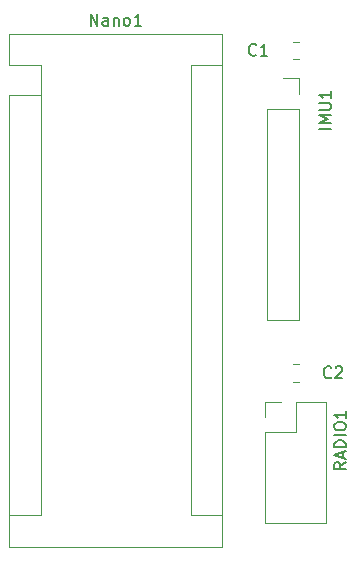
<source format=gbr>
%TF.GenerationSoftware,KiCad,Pcbnew,(5.1.10)-1*%
%TF.CreationDate,2022-03-27T02:24:56-07:00*%
%TF.ProjectId,RC_car,52435f63-6172-42e6-9b69-6361645f7063,rev?*%
%TF.SameCoordinates,Original*%
%TF.FileFunction,Legend,Top*%
%TF.FilePolarity,Positive*%
%FSLAX46Y46*%
G04 Gerber Fmt 4.6, Leading zero omitted, Abs format (unit mm)*
G04 Created by KiCad (PCBNEW (5.1.10)-1) date 2022-03-27 02:24:56*
%MOMM*%
%LPD*%
G01*
G04 APERTURE LIST*
%ADD10C,0.120000*%
%ADD11C,0.150000*%
G04 APERTURE END LIST*
D10*
%TO.C,IMU1*%
X168452800Y-76673400D02*
X169782800Y-76673400D01*
X167122800Y-79273400D02*
X169782800Y-79273400D01*
X169782800Y-79273400D02*
X169782800Y-97113400D01*
X169782800Y-76673400D02*
X169782800Y-78003400D01*
X167122800Y-97113400D02*
X169782800Y-97113400D01*
X167122800Y-79273400D02*
X167122800Y-97113400D01*
%TO.C,RADIO1*%
X169545000Y-104029200D02*
X172145000Y-104029200D01*
X166945000Y-105359200D02*
X166945000Y-104029200D01*
X169545000Y-106629200D02*
X169545000Y-104029200D01*
X166945000Y-106629200D02*
X169545000Y-106629200D01*
X166945000Y-104029200D02*
X168275000Y-104029200D01*
X172145000Y-104029200D02*
X172145000Y-114309200D01*
X166945000Y-106629200D02*
X166945000Y-114309200D01*
X166945000Y-114309200D02*
X172145000Y-114309200D01*
%TO.C,Nano1*%
X147955000Y-78105000D02*
X147955000Y-75565000D01*
X147955000Y-75565000D02*
X145285000Y-75565000D01*
X145285000Y-78105000D02*
X145285000Y-116335000D01*
X145285000Y-72895000D02*
X145285000Y-75565000D01*
X160655000Y-75565000D02*
X163325000Y-75565000D01*
X160655000Y-75565000D02*
X160655000Y-113665000D01*
X160655000Y-113665000D02*
X163325000Y-113665000D01*
X147955000Y-78105000D02*
X145285000Y-78105000D01*
X147955000Y-78105000D02*
X147955000Y-113665000D01*
X147955000Y-113665000D02*
X145285000Y-113665000D01*
X145285000Y-116335000D02*
X163325000Y-116335000D01*
X163325000Y-116335000D02*
X163325000Y-72895000D01*
X163325000Y-72895000D02*
X145285000Y-72895000D01*
%TO.C,C1*%
X169806252Y-73560000D02*
X169283748Y-73560000D01*
X169806252Y-75030000D02*
X169283748Y-75030000D01*
%TO.C,C2*%
X169283748Y-100865000D02*
X169806252Y-100865000D01*
X169283748Y-102335000D02*
X169806252Y-102335000D01*
%TO.C,IMU1*%
D11*
X172537380Y-80946428D02*
X171537380Y-80946428D01*
X172537380Y-80470238D02*
X171537380Y-80470238D01*
X172251666Y-80136904D01*
X171537380Y-79803571D01*
X172537380Y-79803571D01*
X171537380Y-79327380D02*
X172346904Y-79327380D01*
X172442142Y-79279761D01*
X172489761Y-79232142D01*
X172537380Y-79136904D01*
X172537380Y-78946428D01*
X172489761Y-78851190D01*
X172442142Y-78803571D01*
X172346904Y-78755952D01*
X171537380Y-78755952D01*
X172537380Y-77755952D02*
X172537380Y-78327380D01*
X172537380Y-78041666D02*
X171537380Y-78041666D01*
X171680238Y-78136904D01*
X171775476Y-78232142D01*
X171823095Y-78327380D01*
%TO.C,RADIO1*%
X173807380Y-109172142D02*
X173331190Y-109505476D01*
X173807380Y-109743571D02*
X172807380Y-109743571D01*
X172807380Y-109362619D01*
X172855000Y-109267380D01*
X172902619Y-109219761D01*
X172997857Y-109172142D01*
X173140714Y-109172142D01*
X173235952Y-109219761D01*
X173283571Y-109267380D01*
X173331190Y-109362619D01*
X173331190Y-109743571D01*
X173521666Y-108791190D02*
X173521666Y-108315000D01*
X173807380Y-108886428D02*
X172807380Y-108553095D01*
X173807380Y-108219761D01*
X173807380Y-107886428D02*
X172807380Y-107886428D01*
X172807380Y-107648333D01*
X172855000Y-107505476D01*
X172950238Y-107410238D01*
X173045476Y-107362619D01*
X173235952Y-107315000D01*
X173378809Y-107315000D01*
X173569285Y-107362619D01*
X173664523Y-107410238D01*
X173759761Y-107505476D01*
X173807380Y-107648333D01*
X173807380Y-107886428D01*
X173807380Y-106886428D02*
X172807380Y-106886428D01*
X172807380Y-106219761D02*
X172807380Y-106029285D01*
X172855000Y-105934047D01*
X172950238Y-105838809D01*
X173140714Y-105791190D01*
X173474047Y-105791190D01*
X173664523Y-105838809D01*
X173759761Y-105934047D01*
X173807380Y-106029285D01*
X173807380Y-106219761D01*
X173759761Y-106315000D01*
X173664523Y-106410238D01*
X173474047Y-106457857D01*
X173140714Y-106457857D01*
X172950238Y-106410238D01*
X172855000Y-106315000D01*
X172807380Y-106219761D01*
X173807380Y-104838809D02*
X173807380Y-105410238D01*
X173807380Y-105124523D02*
X172807380Y-105124523D01*
X172950238Y-105219761D01*
X173045476Y-105315000D01*
X173093095Y-105410238D01*
%TO.C,Nano1*%
X152185952Y-72207380D02*
X152185952Y-71207380D01*
X152757380Y-72207380D01*
X152757380Y-71207380D01*
X153662142Y-72207380D02*
X153662142Y-71683571D01*
X153614523Y-71588333D01*
X153519285Y-71540714D01*
X153328809Y-71540714D01*
X153233571Y-71588333D01*
X153662142Y-72159761D02*
X153566904Y-72207380D01*
X153328809Y-72207380D01*
X153233571Y-72159761D01*
X153185952Y-72064523D01*
X153185952Y-71969285D01*
X153233571Y-71874047D01*
X153328809Y-71826428D01*
X153566904Y-71826428D01*
X153662142Y-71778809D01*
X154138333Y-71540714D02*
X154138333Y-72207380D01*
X154138333Y-71635952D02*
X154185952Y-71588333D01*
X154281190Y-71540714D01*
X154424047Y-71540714D01*
X154519285Y-71588333D01*
X154566904Y-71683571D01*
X154566904Y-72207380D01*
X155185952Y-72207380D02*
X155090714Y-72159761D01*
X155043095Y-72112142D01*
X154995476Y-72016904D01*
X154995476Y-71731190D01*
X155043095Y-71635952D01*
X155090714Y-71588333D01*
X155185952Y-71540714D01*
X155328809Y-71540714D01*
X155424047Y-71588333D01*
X155471666Y-71635952D01*
X155519285Y-71731190D01*
X155519285Y-72016904D01*
X155471666Y-72112142D01*
X155424047Y-72159761D01*
X155328809Y-72207380D01*
X155185952Y-72207380D01*
X156471666Y-72207380D02*
X155900238Y-72207380D01*
X156185952Y-72207380D02*
X156185952Y-71207380D01*
X156090714Y-71350238D01*
X155995476Y-71445476D01*
X155900238Y-71493095D01*
%TO.C,C1*%
X166203333Y-74652142D02*
X166155714Y-74699761D01*
X166012857Y-74747380D01*
X165917619Y-74747380D01*
X165774761Y-74699761D01*
X165679523Y-74604523D01*
X165631904Y-74509285D01*
X165584285Y-74318809D01*
X165584285Y-74175952D01*
X165631904Y-73985476D01*
X165679523Y-73890238D01*
X165774761Y-73795000D01*
X165917619Y-73747380D01*
X166012857Y-73747380D01*
X166155714Y-73795000D01*
X166203333Y-73842619D01*
X167155714Y-74747380D02*
X166584285Y-74747380D01*
X166870000Y-74747380D02*
X166870000Y-73747380D01*
X166774761Y-73890238D01*
X166679523Y-73985476D01*
X166584285Y-74033095D01*
%TO.C,C2*%
X172553333Y-101957142D02*
X172505714Y-102004761D01*
X172362857Y-102052380D01*
X172267619Y-102052380D01*
X172124761Y-102004761D01*
X172029523Y-101909523D01*
X171981904Y-101814285D01*
X171934285Y-101623809D01*
X171934285Y-101480952D01*
X171981904Y-101290476D01*
X172029523Y-101195238D01*
X172124761Y-101100000D01*
X172267619Y-101052380D01*
X172362857Y-101052380D01*
X172505714Y-101100000D01*
X172553333Y-101147619D01*
X172934285Y-101147619D02*
X172981904Y-101100000D01*
X173077142Y-101052380D01*
X173315238Y-101052380D01*
X173410476Y-101100000D01*
X173458095Y-101147619D01*
X173505714Y-101242857D01*
X173505714Y-101338095D01*
X173458095Y-101480952D01*
X172886666Y-102052380D01*
X173505714Y-102052380D01*
%TD*%
M02*

</source>
